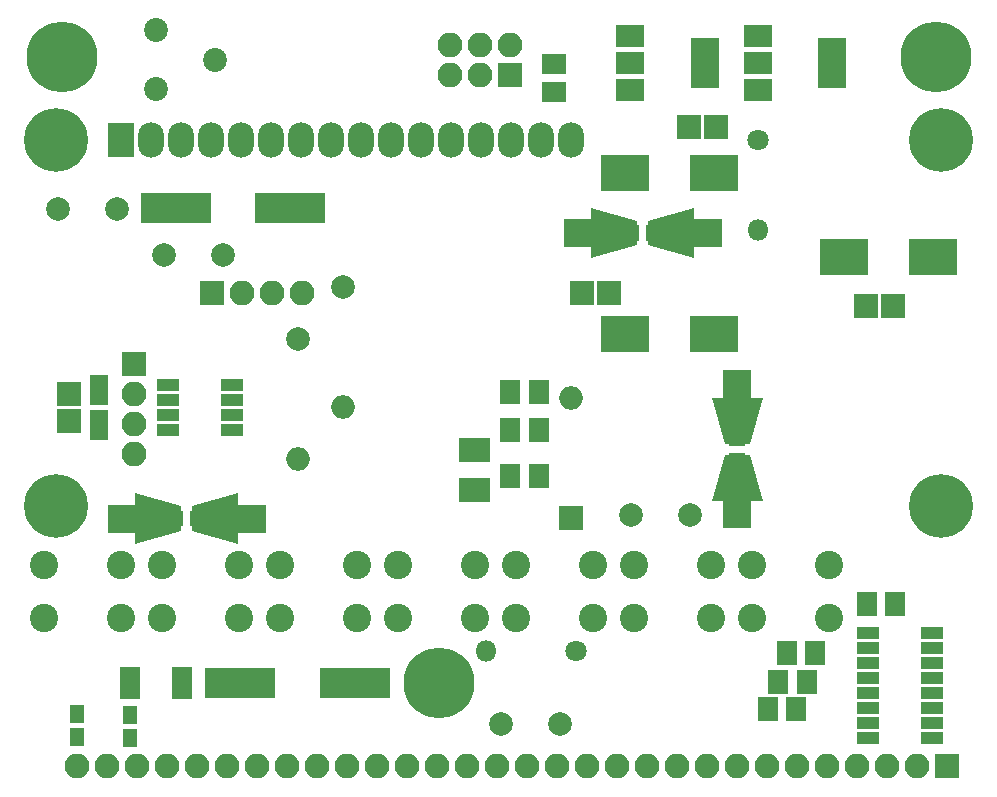
<source format=gts>
G04 #@! TF.FileFunction,Soldermask,Top*
%FSLAX46Y46*%
G04 Gerber Fmt 4.6, Leading zero omitted, Abs format (unit mm)*
G04 Created by KiCad (PCBNEW 4.0.7) date 11/12/18 06:30:44*
%MOMM*%
%LPD*%
G01*
G04 APERTURE LIST*
%ADD10C,0.100000*%
%ADD11R,2.200000X3.000000*%
%ADD12O,2.200000X3.000000*%
%ADD13C,5.400000*%
%ADD14C,2.000000*%
%ADD15O,2.000000X2.000000*%
%ADD16R,2.100000X2.100000*%
%ADD17O,2.100000X2.100000*%
%ADD18R,2.398980X2.398980*%
%ADD19C,2.020000*%
%ADD20C,2.400000*%
%ADD21R,2.400000X4.200000*%
%ADD22R,2.400000X1.900000*%
%ADD23R,0.700000X2.000000*%
%ADD24R,1.950000X1.000000*%
%ADD25R,1.900000X1.000000*%
%ADD26R,1.800000X0.700000*%
%ADD27R,6.000700X2.500580*%
%ADD28R,1.500000X2.550000*%
%ADD29R,2.000000X2.000000*%
%ADD30R,1.800000X2.100000*%
%ADD31C,1.800000*%
%ADD32O,1.800000X1.800000*%
%ADD33C,6.000000*%
%ADD34R,1.150000X1.600000*%
%ADD35R,4.150000X3.100000*%
%ADD36R,2.100000X1.800000*%
G04 APERTURE END LIST*
D10*
D11*
X110000000Y-50000000D03*
D12*
X112540000Y-50000000D03*
X115080000Y-50000000D03*
X117620000Y-50000000D03*
X120160000Y-50000000D03*
X122700000Y-50000000D03*
X125240000Y-50000000D03*
X127780000Y-50000000D03*
X130320000Y-50000000D03*
X132860000Y-50000000D03*
X135400000Y-50000000D03*
X137940000Y-50000000D03*
X140480000Y-50000000D03*
X143020000Y-50000000D03*
X145560000Y-50000000D03*
X148100000Y-50000000D03*
D13*
X104500900Y-50000000D03*
X104500900Y-81000700D03*
X179499480Y-81000700D03*
X179500000Y-50000000D03*
D14*
X125050000Y-66850000D03*
D15*
X125050000Y-77010000D03*
D16*
X143000000Y-44500000D03*
D17*
X143000000Y-41960000D03*
X140460000Y-44500000D03*
X140460000Y-41960000D03*
X137920000Y-44500000D03*
X137920000Y-41960000D03*
D10*
G36*
X158563060Y-55750550D02*
X158563060Y-60049450D01*
X154662940Y-58949630D01*
X154662940Y-56850370D01*
X158563060Y-55750550D01*
X158563060Y-55750550D01*
G37*
G36*
X149836940Y-60049450D02*
X149836940Y-55750550D01*
X153737060Y-56850370D01*
X153737060Y-58949630D01*
X149836940Y-60049450D01*
X149836940Y-60049450D01*
G37*
D18*
X159701640Y-57900000D03*
X148698360Y-57900000D03*
D10*
G36*
X153907500Y-57250000D02*
X153907500Y-58550000D01*
X153332500Y-58550000D01*
X153332500Y-57250000D01*
X153907500Y-57250000D01*
X153907500Y-57250000D01*
G37*
G36*
X155067500Y-57250000D02*
X155067500Y-58550000D01*
X154492500Y-58550000D01*
X154492500Y-57250000D01*
X155067500Y-57250000D01*
X155067500Y-57250000D01*
G37*
D19*
X113000000Y-40750000D03*
X118000000Y-43250000D03*
X113000000Y-45750000D03*
D20*
X170000000Y-86000000D03*
X170000000Y-90500000D03*
X163500000Y-86000000D03*
X163500000Y-90500000D03*
X160000000Y-86000000D03*
X160000000Y-90500000D03*
X153500000Y-86000000D03*
X153500000Y-90500000D03*
X150000000Y-86000000D03*
X150000000Y-90500000D03*
X143500000Y-86000000D03*
X143500000Y-90500000D03*
X140000000Y-86000000D03*
X140000000Y-90500000D03*
X133500000Y-86000000D03*
X133500000Y-90500000D03*
X130000000Y-86000000D03*
X130000000Y-90500000D03*
X123500000Y-86000000D03*
X123500000Y-90500000D03*
X120000000Y-86000000D03*
X120000000Y-90500000D03*
X113500000Y-86000000D03*
X113500000Y-90500000D03*
D21*
X170250000Y-43500000D03*
D22*
X163950000Y-43500000D03*
X163950000Y-45800000D03*
X163950000Y-41200000D03*
D21*
X159450000Y-43500000D03*
D22*
X153150000Y-43500000D03*
X153150000Y-45800000D03*
X153150000Y-41200000D03*
D23*
X140975000Y-76300000D03*
X140325000Y-76300000D03*
X139675000Y-76300000D03*
X139025000Y-76300000D03*
X139025000Y-79700000D03*
X139675000Y-79700000D03*
X140325000Y-79700000D03*
X140975000Y-79700000D03*
D24*
X119400000Y-74605000D03*
X119400000Y-73335000D03*
X119400000Y-72065000D03*
X119400000Y-70795000D03*
X114000000Y-70795000D03*
X114000000Y-72065000D03*
X114000000Y-73335000D03*
X114000000Y-74605000D03*
D25*
X173300000Y-91755000D03*
X173300000Y-93025000D03*
X173300000Y-94295000D03*
X173300000Y-95565000D03*
X173300000Y-96835000D03*
X173300000Y-98105000D03*
X173300000Y-99375000D03*
X173300000Y-100645000D03*
X178700000Y-100645000D03*
X178700000Y-99375000D03*
X178700000Y-98105000D03*
X178700000Y-96835000D03*
X178700000Y-95565000D03*
X178700000Y-94295000D03*
X178700000Y-93025000D03*
X178700000Y-91755000D03*
D26*
X115200000Y-97000000D03*
X115200000Y-96500000D03*
X115200000Y-96000000D03*
X115200000Y-95500000D03*
X115200000Y-95000000D03*
X110800000Y-95000000D03*
X110800000Y-95500000D03*
X110800000Y-96000000D03*
X110800000Y-96500000D03*
X110800000Y-97000000D03*
D27*
X114651140Y-55800000D03*
X124348860Y-55800000D03*
X129848860Y-96000000D03*
X120151140Y-96000000D03*
D10*
G36*
X160050550Y-71836940D02*
X164349450Y-71836940D01*
X163249630Y-75737060D01*
X161150370Y-75737060D01*
X160050550Y-71836940D01*
X160050550Y-71836940D01*
G37*
G36*
X164349450Y-80563060D02*
X160050550Y-80563060D01*
X161150370Y-76662940D01*
X163249630Y-76662940D01*
X164349450Y-80563060D01*
X164349450Y-80563060D01*
G37*
D18*
X162200000Y-70698360D03*
X162200000Y-81701640D03*
D10*
G36*
X161550000Y-76492500D02*
X162850000Y-76492500D01*
X162850000Y-77067500D01*
X161550000Y-77067500D01*
X161550000Y-76492500D01*
X161550000Y-76492500D01*
G37*
G36*
X161550000Y-75332500D02*
X162850000Y-75332500D01*
X162850000Y-75907500D01*
X161550000Y-75907500D01*
X161550000Y-75332500D01*
X161550000Y-75332500D01*
G37*
G36*
X119963060Y-79950550D02*
X119963060Y-84249450D01*
X116062940Y-83149630D01*
X116062940Y-81050370D01*
X119963060Y-79950550D01*
X119963060Y-79950550D01*
G37*
G36*
X111236940Y-84249450D02*
X111236940Y-79950550D01*
X115137060Y-81050370D01*
X115137060Y-83149630D01*
X111236940Y-84249450D01*
X111236940Y-84249450D01*
G37*
D18*
X121101640Y-82100000D03*
X110098360Y-82100000D03*
D10*
G36*
X115307500Y-81450000D02*
X115307500Y-82750000D01*
X114732500Y-82750000D01*
X114732500Y-81450000D01*
X115307500Y-81450000D01*
X115307500Y-81450000D01*
G37*
G36*
X116467500Y-81450000D02*
X116467500Y-82750000D01*
X115892500Y-82750000D01*
X115892500Y-81450000D01*
X116467500Y-81450000D01*
X116467500Y-81450000D01*
G37*
D20*
X110000000Y-86000000D03*
X110000000Y-90500000D03*
X103500000Y-86000000D03*
X103500000Y-90500000D03*
D28*
X108200000Y-71225000D03*
X108200000Y-74175000D03*
D29*
X105600000Y-73850000D03*
X105600000Y-71550000D03*
D14*
X158200000Y-81800000D03*
X153200000Y-81800000D03*
X109700000Y-55900000D03*
X104700000Y-55900000D03*
X118700000Y-59750000D03*
X113700000Y-59750000D03*
D30*
X167200000Y-98200000D03*
X164800000Y-98200000D03*
X175600000Y-89300000D03*
X173200000Y-89300000D03*
X168800000Y-93500000D03*
X166400000Y-93500000D03*
X168100000Y-95900000D03*
X165700000Y-95900000D03*
D31*
X148600000Y-93300000D03*
D32*
X140980000Y-93300000D03*
D16*
X111100000Y-69000000D03*
D17*
X111100000Y-71540000D03*
X111100000Y-74080000D03*
X111100000Y-76620000D03*
D16*
X117700000Y-63000000D03*
D17*
X120240000Y-63000000D03*
X122780000Y-63000000D03*
X125320000Y-63000000D03*
D14*
X128800000Y-62450000D03*
D15*
X128800000Y-72610000D03*
D14*
X142200000Y-99500000D03*
X147200000Y-99500000D03*
D29*
X148100000Y-82000000D03*
D15*
X148100000Y-71840000D03*
D33*
X105000000Y-43000000D03*
X179000000Y-43000000D03*
X137000000Y-96000000D03*
D30*
X145400000Y-74600000D03*
X143000000Y-74600000D03*
X145400000Y-71400000D03*
X143000000Y-71400000D03*
X145400000Y-78500000D03*
X143000000Y-78500000D03*
D34*
X106300000Y-100550000D03*
X106300000Y-98650000D03*
X110800000Y-100650000D03*
X110800000Y-98750000D03*
D35*
X171275000Y-59950000D03*
X178825000Y-59950000D03*
X160275000Y-52850000D03*
X152725000Y-52850000D03*
D29*
X175400000Y-64100000D03*
X173100000Y-64100000D03*
X158100000Y-48950000D03*
X160400000Y-48950000D03*
X151350000Y-63000000D03*
X149050000Y-63000000D03*
D31*
X163950000Y-50050000D03*
D32*
X163950000Y-57670000D03*
D35*
X152725000Y-66500000D03*
X160275000Y-66500000D03*
D16*
X180000000Y-103000000D03*
D17*
X177460000Y-103000000D03*
X174920000Y-103000000D03*
X172380000Y-103000000D03*
X169840000Y-103000000D03*
X167300000Y-103000000D03*
X164760000Y-103000000D03*
X162220000Y-103000000D03*
X159680000Y-103000000D03*
X157140000Y-103000000D03*
X154600000Y-103000000D03*
X152060000Y-103000000D03*
X149520000Y-103000000D03*
X146980000Y-103000000D03*
X144440000Y-103000000D03*
X141900000Y-103000000D03*
X139360000Y-103000000D03*
X136820000Y-103000000D03*
X134280000Y-103000000D03*
X131740000Y-103000000D03*
X129200000Y-103000000D03*
X126660000Y-103000000D03*
X124120000Y-103000000D03*
X121580000Y-103000000D03*
X119040000Y-103000000D03*
X116500000Y-103000000D03*
X113960000Y-103000000D03*
X111420000Y-103000000D03*
X108880000Y-103000000D03*
X106340000Y-103000000D03*
D36*
X146700000Y-43600000D03*
X146700000Y-46000000D03*
M02*

</source>
